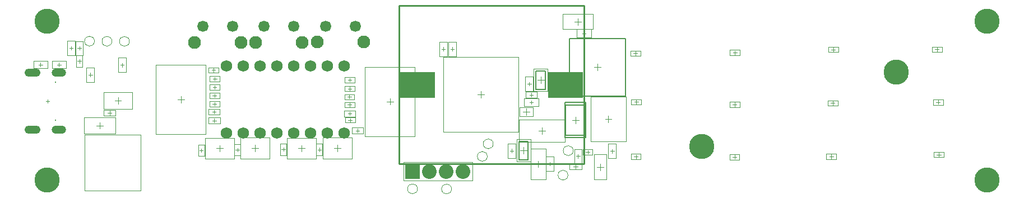
<source format=gbs>
G04*
G04 #@! TF.GenerationSoftware,Altium Limited,CircuitMaker,2.3.0 (2.3.0.3)*
G04*
G04 Layer_Color=8150272*
%FSLAX24Y24*%
%MOIN*%
G70*
G04*
G04 #@! TF.SameCoordinates,2A175E2D-0061-457C-8FEC-56F43111969E*
G04*
G04*
G04 #@! TF.FilePolarity,Negative*
G04*
G01*
G75*
%ADD11C,0.0039*%
%ADD13C,0.0100*%
%ADD14C,0.0050*%
%ADD15C,0.0079*%
%ADD16C,0.0059*%
%ADD18C,0.0020*%
%ADD88R,0.0867X0.0867*%
%ADD89C,0.0867*%
%ADD90C,0.0680*%
%ADD91C,0.1497*%
%ADD92C,0.0080*%
G04:AMPARAMS|DCode=93|XSize=47.4mil|YSize=94.6mil|CornerRadius=23.7mil|HoleSize=0mil|Usage=FLASHONLY|Rotation=270.000|XOffset=0mil|YOffset=0mil|HoleType=Round|Shape=RoundedRectangle|*
%AMROUNDEDRECTD93*
21,1,0.0474,0.0472,0,0,270.0*
21,1,0.0000,0.0946,0,0,270.0*
1,1,0.0474,-0.0236,0.0000*
1,1,0.0474,-0.0236,0.0000*
1,1,0.0474,0.0236,0.0000*
1,1,0.0474,0.0236,0.0000*
%
%ADD93ROUNDEDRECTD93*%
G04:AMPARAMS|DCode=94|XSize=47.4mil|YSize=86.7mil|CornerRadius=23.7mil|HoleSize=0mil|Usage=FLASHONLY|Rotation=270.000|XOffset=0mil|YOffset=0mil|HoleType=Round|Shape=RoundedRectangle|*
%AMROUNDEDRECTD94*
21,1,0.0474,0.0394,0,0,270.0*
21,1,0.0000,0.0867,0,0,270.0*
1,1,0.0474,-0.0197,0.0000*
1,1,0.0474,-0.0197,0.0000*
1,1,0.0474,0.0197,0.0000*
1,1,0.0474,0.0197,0.0000*
%
%ADD94ROUNDEDRECTD94*%
%ADD95C,0.0663*%
%ADD96C,0.0763*%
%ADD114R,0.2080X0.1580*%
D11*
X4197Y3888D02*
X7544D01*
Y542D02*
Y3888D01*
X4197Y542D02*
X7544D01*
X4197D02*
Y3888D01*
X26015Y640D02*
G03*
X26015Y640I-295J0D01*
G01*
X33251Y2925D02*
G03*
X33251Y2925I-295J0D01*
G01*
X5818Y9449D02*
G03*
X5818Y9449I-295J0D01*
G01*
X6859Y9444D02*
G03*
X6859Y9444I-295J0D01*
G01*
X4780Y9454D02*
G03*
X4780Y9454I-295J0D01*
G01*
X28144Y2582D02*
G03*
X28144Y2582I-295J0D01*
G01*
X28494Y3332D02*
G03*
X28494Y3332I-295J0D01*
G01*
X32941Y1465D02*
G03*
X32941Y1465I-295J0D01*
G01*
X23988Y649D02*
G03*
X23988Y649I-295J0D01*
G01*
X4542Y7346D02*
Y7563D01*
X4434Y7455D02*
X4651D01*
X35147Y4818D02*
X35541D01*
X35344Y4621D02*
Y5015D01*
X19835Y6135D02*
X20051D01*
X19943Y6027D02*
Y6243D01*
X5983Y5913D02*
X6377D01*
X6180Y5717D02*
Y6110D01*
X14134Y3066D02*
X14528D01*
X14331Y2869D02*
Y3263D01*
X23154Y1127D02*
X27249D01*
Y2229D01*
X23154D02*
X27249D01*
X23154Y1127D02*
Y2229D01*
X27562Y6272D02*
X27956D01*
X27759Y6075D02*
Y6469D01*
X1573Y7947D02*
Y8163D01*
X1465Y8055D02*
X1681D01*
X2676Y7947D02*
Y8163D01*
X2567Y8055D02*
X2784D01*
X19965Y5027D02*
Y5243D01*
X19857Y5135D02*
X20074D01*
X20426Y4012D02*
Y4228D01*
X20317Y4120D02*
X20534D01*
X18047Y2987D02*
X18264D01*
X18155Y2879D02*
Y3095D01*
X15908Y3001D02*
X16125D01*
X16017Y2893D02*
Y3109D01*
X13173Y2978D02*
X13390D01*
X13281Y2870D02*
Y3087D01*
X11029Y2946D02*
X11246D01*
X11138Y2838D02*
Y3054D01*
X19218Y2866D02*
Y3260D01*
X19021Y3063D02*
X19414D01*
X17093Y2863D02*
Y3257D01*
X16897Y3060D02*
X17290D01*
X12228Y2865D02*
Y3259D01*
X12032Y3062D02*
X12425D01*
X11904Y5137D02*
Y5353D01*
X11796Y5245D02*
X12012D01*
X11909Y4612D02*
Y4829D01*
X11801Y4720D02*
X12017D01*
X22351Y5661D02*
Y6055D01*
X22154Y5858D02*
X22548D01*
X20874Y7925D02*
X23827D01*
X20874Y3791D02*
X23827D01*
X20874D02*
Y7925D01*
X23827Y3791D02*
Y7925D01*
X9922Y5775D02*
Y6169D01*
X9725Y5972D02*
X10119D01*
X8445Y3905D02*
X11398D01*
X8445Y8039D02*
X11398D01*
Y3905D02*
Y8039D01*
X8445Y3905D02*
Y8039D01*
X29492Y2925D02*
X29709D01*
X29600Y2816D02*
Y3033D01*
X30300Y2738D02*
Y3131D01*
X30104Y2935D02*
X30497D01*
X31876Y2037D02*
Y2253D01*
X31767Y2145D02*
X31984D01*
X30979Y2125D02*
X31373D01*
X31176Y1928D02*
Y2322D01*
X33278Y1975D02*
X33514D01*
X33396Y1857D02*
Y2093D01*
X36983Y2452D02*
Y2688D01*
X36865Y2570D02*
X37101D01*
X33546Y2487D02*
Y2703D01*
X33437Y2595D02*
X33654D01*
X34007Y2845D02*
X34224D01*
X34116Y2737D02*
Y2953D01*
X34870Y1754D02*
Y2148D01*
X34673Y1951D02*
X35067D01*
X35576Y2786D02*
Y3002D01*
X35467Y2894D02*
X35684D01*
X33189Y4745D02*
X33583D01*
X33386Y4548D02*
Y4942D01*
X33536Y10418D02*
Y10812D01*
X33339Y10615D02*
X33733D01*
X37001Y5712D02*
Y5948D01*
X36883Y5830D02*
X37119D01*
X36956Y8617D02*
Y8853D01*
X36838Y8735D02*
X37074D01*
X42871Y8652D02*
Y8888D01*
X42753Y8770D02*
X42989D01*
X42849Y2426D02*
Y2662D01*
X42731Y2544D02*
X42967D01*
X42735Y5675D02*
X42972D01*
X42853Y5557D02*
Y5793D01*
X48690Y5642D02*
Y5878D01*
X48572Y5760D02*
X48809D01*
X48728Y8837D02*
Y9073D01*
X48610Y8955D02*
X48846D01*
X48606Y2457D02*
Y2693D01*
X48488Y2575D02*
X48724D01*
X54878Y2685D02*
X55114D01*
X54996Y2567D02*
Y2803D01*
X54835Y5815D02*
X55072D01*
X54953Y5697D02*
Y5933D01*
X54893Y8847D02*
Y9083D01*
X54775Y8965D02*
X55012D01*
X33791Y9923D02*
X34007D01*
X33899Y9815D02*
Y10032D01*
X34509Y7905D02*
X34903D01*
X34706Y7708D02*
Y8102D01*
X26066Y8877D02*
Y9093D01*
X25957Y8985D02*
X26174D01*
X11823Y6713D02*
X12040D01*
X11932Y6605D02*
Y6822D01*
X11832Y7213D02*
X12049D01*
X11940Y7105D02*
Y7322D01*
X11810Y5715D02*
X12026D01*
X11918Y5607D02*
Y5823D01*
X11812Y6203D02*
X12029D01*
X11921Y6094D02*
Y6311D01*
X11748Y7734D02*
X11964D01*
X11856Y7625D02*
Y7842D01*
X30259Y5252D02*
X30653D01*
X30456Y5055D02*
Y5448D01*
X19847Y6625D02*
X20063D01*
X19955Y6517D02*
Y6733D01*
X19845Y5665D02*
X20062D01*
X19953Y5557D02*
Y5773D01*
X5570Y5175D02*
X5806D01*
X5688Y5057D02*
Y5293D01*
X3886Y8930D02*
Y9146D01*
X3777Y9038D02*
X3994D01*
X30769Y6144D02*
Y6361D01*
X30661Y6252D02*
X30877D01*
X3778Y8265D02*
X3994D01*
X3886Y8157D02*
Y8373D01*
X19859Y7149D02*
X20076D01*
X19968Y7040D02*
Y7257D01*
X30531Y6902D02*
X30747D01*
X30639Y6794D02*
Y7011D01*
X6326Y8027D02*
X6542D01*
X6434Y7918D02*
Y8135D01*
X3396Y8927D02*
Y9143D01*
X3287Y9035D02*
X3504D01*
X31319Y6941D02*
Y7335D01*
X31122Y7138D02*
X31516D01*
X19877Y4750D02*
X20094D01*
X19985Y4642D02*
Y4858D01*
X25417Y8986D02*
X25634D01*
X25526Y8878D02*
Y9094D01*
X30768Y5694D02*
Y5911D01*
X30660Y5802D02*
X30876D01*
X5100Y4228D02*
Y4622D01*
X4904Y4425D02*
X5297D01*
D13*
X22887Y11584D02*
X33911D01*
Y2135D02*
Y11584D01*
X22887Y2135D02*
X33911D01*
X22887D02*
Y11584D01*
D14*
X33033Y6192D02*
X36379D01*
X33033Y9618D02*
X36379D01*
X33033Y6192D02*
Y9618D01*
X36379Y6192D02*
Y9618D01*
D15*
X32772Y3695D02*
X34000D01*
Y5795D01*
X32772D02*
X34000D01*
X32772Y3695D02*
Y5795D01*
D16*
X30576Y2385D02*
Y3485D01*
X30025Y2385D02*
X30576D01*
X30025D02*
Y3485D01*
X30576D01*
X31044Y6588D02*
Y7688D01*
X31595D01*
Y6588D02*
Y7688D01*
X31044Y6588D02*
X31595D01*
X32811Y3839D02*
X33961D01*
Y5650D01*
X32811D02*
X33961D01*
X32811Y3839D02*
Y5650D01*
D18*
X4306Y7022D02*
X4779D01*
X4306Y7888D02*
X4779D01*
X4306Y7022D02*
Y7888D01*
X4779Y7022D02*
Y7888D01*
X36388Y3480D02*
Y6157D01*
X34301Y3480D02*
Y6157D01*
X36388D01*
X34301Y3480D02*
X36388D01*
X19648Y5977D02*
Y6292D01*
X20238Y5977D02*
Y6292D01*
X19648D02*
X20238D01*
X19648Y5977D02*
X20238D01*
X5334Y5402D02*
Y6425D01*
X7027Y5402D02*
Y6425D01*
X5334D02*
X7027D01*
X5334Y5402D02*
X7027D01*
X13465Y2436D02*
Y3696D01*
X15197Y2436D02*
Y3696D01*
X13465D02*
X15197D01*
X13465Y2436D02*
X15197D01*
X30003Y4028D02*
Y8516D01*
X25515Y4028D02*
Y8516D01*
Y4028D02*
X30003D01*
X25515Y8516D02*
X30003D01*
X1160Y7838D02*
X1987D01*
X1160Y8271D02*
X1987D01*
Y7838D02*
Y8271D01*
X1160Y7838D02*
Y8271D01*
X2262Y8271D02*
X3089D01*
X2262Y7838D02*
X3089D01*
X2262D02*
Y8271D01*
X3089Y7838D02*
Y8271D01*
X19623Y4958D02*
X20307D01*
X19623Y5312D02*
X20307D01*
Y4958D02*
Y5312D01*
X19623Y4958D02*
Y5312D01*
X20084Y3943D02*
X20768D01*
X20084Y4297D02*
X20768D01*
Y3943D02*
Y4297D01*
X20084Y3943D02*
Y4297D01*
X18333Y2645D02*
Y3329D01*
X17978Y2645D02*
Y3329D01*
X18333D01*
X17978Y2645D02*
X18333D01*
X16194Y2659D02*
Y3343D01*
X15840Y2659D02*
Y3343D01*
X16194D01*
X15840Y2659D02*
X16194D01*
X13459Y2637D02*
Y3320D01*
X13104Y2637D02*
Y3320D01*
X13459D01*
X13104Y2637D02*
X13459D01*
X11315Y2604D02*
Y3288D01*
X10961Y2604D02*
Y3288D01*
X11315D01*
X10961Y2604D02*
X11315D01*
X18351Y2433D02*
X20084D01*
X18351Y3693D02*
X20084D01*
Y2433D02*
Y3693D01*
X18351Y2433D02*
Y3693D01*
X16227Y2430D02*
X17960D01*
X16227Y3690D02*
X17960D01*
Y2430D02*
Y3690D01*
X16227Y2430D02*
Y3690D01*
X11362Y2432D02*
X13094D01*
X11362Y3692D02*
X13094D01*
Y2432D02*
Y3692D01*
X11362Y2432D02*
Y3692D01*
X11562Y5422D02*
X12246D01*
X11562Y5068D02*
X12246D01*
X11562D02*
Y5422D01*
X12246Y5068D02*
Y5422D01*
X11567Y4897D02*
X12251D01*
X11567Y4543D02*
X12251D01*
X11567D02*
Y4897D01*
X12251Y4543D02*
Y4897D01*
X31201Y4113D02*
X31595D01*
X31398Y3916D02*
Y4310D01*
X32776Y3444D02*
Y4782D01*
X30020D02*
X32776D01*
X30020Y3444D02*
Y4782D01*
Y3444D02*
X32776D01*
X29364Y2492D02*
Y3358D01*
X29837Y2492D02*
Y3358D01*
X29364Y2492D02*
X29837D01*
X29364Y3358D02*
X29837D01*
X29887Y3604D02*
X30714D01*
X29887Y2265D02*
X30714D01*
Y3604D01*
X29887Y2265D02*
Y3604D01*
X31640Y2578D02*
X32112D01*
X31640Y1712D02*
X32112D01*
Y2578D01*
X31640Y1712D02*
Y2578D01*
X30723Y1219D02*
Y3030D01*
X31628Y1219D02*
Y3030D01*
X30723Y1219D02*
X31628D01*
X30723Y3030D02*
X31628D01*
X33750Y1798D02*
Y2152D01*
X33041Y1798D02*
Y2152D01*
Y1798D02*
X33750D01*
X33041Y2152D02*
X33750D01*
X36688Y2412D02*
X37279D01*
X36688Y2727D02*
X37279D01*
Y2412D02*
Y2727D01*
X36688Y2412D02*
Y2727D01*
X33329Y2182D02*
X33762D01*
X33329Y3008D02*
X33762D01*
X33329Y2182D02*
Y3008D01*
X33762Y2182D02*
Y3008D01*
X33820Y2687D02*
Y3002D01*
X34411Y2687D02*
Y3002D01*
X33820D02*
X34411D01*
X33820Y2687D02*
X34411D01*
X34496Y1203D02*
X35244D01*
X34496Y2699D02*
X35244D01*
X34496Y1203D02*
Y2699D01*
X35244Y1203D02*
Y2699D01*
X35340Y2461D02*
X35812D01*
X35340Y3327D02*
X35812D01*
X35340Y2461D02*
Y3327D01*
X35812Y2461D02*
Y3327D01*
X32630Y11068D02*
X34441D01*
X32630Y10162D02*
X34441D01*
X32630D02*
Y11068D01*
X34441Y10162D02*
Y11068D01*
X36706Y5672D02*
X37296D01*
X36706Y5987D02*
X37296D01*
Y5672D02*
Y5987D01*
X36706Y5672D02*
Y5987D01*
X36660Y8577D02*
X37251D01*
X36660Y8892D02*
X37251D01*
Y8577D02*
Y8892D01*
X36660Y8577D02*
Y8892D01*
X42576Y8612D02*
X43166D01*
X42576Y8927D02*
X43166D01*
Y8612D02*
Y8927D01*
X42576Y8612D02*
Y8927D01*
X42553Y2387D02*
X43144D01*
X42553Y2702D02*
X43144D01*
Y2387D02*
Y2702D01*
X42553Y2387D02*
Y2702D01*
X42558Y5517D02*
Y5832D01*
X43149Y5517D02*
Y5832D01*
X42558D02*
X43149D01*
X42558Y5517D02*
X43149D01*
X48395Y5602D02*
X48986D01*
X48395Y5917D02*
X48986D01*
Y5602D02*
Y5917D01*
X48395Y5602D02*
Y5917D01*
X48433Y8797D02*
X49023D01*
X48433Y9112D02*
X49023D01*
Y8797D02*
Y9112D01*
X48433Y8797D02*
Y9112D01*
X48310Y2417D02*
X48901D01*
X48310Y2732D02*
X48901D01*
Y2417D02*
Y2732D01*
X48310Y2417D02*
Y2732D01*
X54700Y2527D02*
Y2842D01*
X55291Y2527D02*
Y2842D01*
X54700D02*
X55291D01*
X54700Y2527D02*
X55291D01*
X54658Y5657D02*
Y5972D01*
X55249Y5657D02*
Y5972D01*
X54658D02*
X55249D01*
X54658Y5657D02*
X55249D01*
X54598Y8807D02*
X55189D01*
X54598Y9122D02*
X55189D01*
Y8807D02*
Y9122D01*
X54598Y8807D02*
Y9122D01*
X34332Y9687D02*
Y10160D01*
X33466Y9687D02*
Y10160D01*
Y9687D02*
X34332D01*
X33466Y10160D02*
X34332D01*
X25830Y9418D02*
X26302D01*
X25830Y8552D02*
X26302D01*
Y9418D01*
X25830Y8552D02*
Y9418D01*
X12227Y6556D02*
Y6871D01*
X11636Y6556D02*
Y6871D01*
Y6556D02*
X12227D01*
X11636Y6871D02*
X12227D01*
X12236Y7056D02*
Y7371D01*
X11645Y7056D02*
Y7371D01*
Y7056D02*
X12236D01*
X11645Y7371D02*
X12236D01*
X12213Y5557D02*
Y5872D01*
X11623Y5557D02*
Y5872D01*
Y5557D02*
X12213D01*
X11623Y5872D02*
X12213D01*
X12216Y6045D02*
Y6360D01*
X11625Y6045D02*
Y6360D01*
Y6045D02*
X12216D01*
X11625Y6360D02*
X12216D01*
X12151Y7576D02*
Y7891D01*
X11561Y7576D02*
Y7891D01*
Y7576D02*
X12151D01*
X11561Y7891D02*
X12151D01*
X30860Y4986D02*
Y5517D01*
X30052Y4986D02*
Y5517D01*
Y4986D02*
X30860D01*
X30052Y5517D02*
X30860D01*
X19660Y6467D02*
Y6782D01*
X20250Y6467D02*
Y6782D01*
X19660D02*
X20250D01*
X19660Y6467D02*
X20250D01*
X19658Y5507D02*
Y5822D01*
X20249Y5507D02*
Y5822D01*
X19658D02*
X20249D01*
X19658Y5507D02*
X20249D01*
X6042Y4998D02*
Y5352D01*
X5333Y4998D02*
Y5352D01*
Y4998D02*
X6042D01*
X5333Y5352D02*
X6042D01*
X3669Y8625D02*
X4102D01*
X3669Y9451D02*
X4102D01*
X3669Y8625D02*
Y9451D01*
X4102Y8625D02*
Y9451D01*
X30427Y6429D02*
X31111D01*
X30427Y6075D02*
X31111D01*
X30427D02*
Y6429D01*
X31111Y6075D02*
Y6429D01*
X3709Y7923D02*
Y8607D01*
X4063Y7923D02*
Y8607D01*
X3709Y7923D02*
X4063D01*
X3709Y8607D02*
X4063D01*
X19672Y6991D02*
Y7306D01*
X20263Y6991D02*
Y7306D01*
X19672D02*
X20263D01*
X19672Y6991D02*
X20263D01*
X30875Y6469D02*
Y7335D01*
X30403Y6469D02*
Y7335D01*
X30875D01*
X30403Y6469D02*
X30875D01*
X6670Y7594D02*
Y8460D01*
X6198Y7594D02*
Y8460D01*
X6670D01*
X6198Y7594D02*
X6670D01*
X3160Y8602D02*
X3632D01*
X3160Y9468D02*
X3632D01*
X3160Y8602D02*
Y9468D01*
X3632Y8602D02*
Y9468D01*
X30906Y6469D02*
X31733D01*
X30906Y7807D02*
X31733D01*
X30906Y6469D02*
Y7807D01*
X31733Y6469D02*
Y7807D01*
X19690Y4593D02*
Y4907D01*
X20281Y4593D02*
Y4907D01*
X19690D02*
X20281D01*
X19690Y4593D02*
X20281D01*
X25762Y8553D02*
Y9419D01*
X25290Y8553D02*
Y9419D01*
X25762D01*
X25290Y8553D02*
X25762D01*
X30335Y5566D02*
X31201D01*
X30335Y6039D02*
X31201D01*
Y5566D02*
Y6039D01*
X30335Y5566D02*
Y6039D01*
X4156Y3952D02*
X6045D01*
X4156Y4897D02*
X6045D01*
Y3952D02*
Y4897D01*
X4156Y3952D02*
Y4897D01*
X1902Y5868D02*
X2099D01*
X2001Y5769D02*
Y5966D01*
D88*
X23705Y1678D02*
D03*
D89*
X24705D02*
D03*
X25705D02*
D03*
X26705D02*
D03*
D90*
X12616Y3965D02*
D03*
X13616D02*
D03*
X14616D02*
D03*
X15616D02*
D03*
X16616D02*
D03*
X17616D02*
D03*
X18616D02*
D03*
X19616D02*
D03*
Y7965D02*
D03*
X18616D02*
D03*
X17616D02*
D03*
X16616D02*
D03*
X12616D02*
D03*
X13616D02*
D03*
X14616D02*
D03*
X15616D02*
D03*
D91*
X52449Y7622D02*
D03*
X40892Y3187D02*
D03*
X57866Y1186D02*
D03*
Y10635D02*
D03*
X1960Y1186D02*
D03*
Y10635D02*
D03*
D92*
X2464Y7009D02*
D03*
Y4726D02*
D03*
D93*
X1086Y4165D02*
D03*
Y7570D02*
D03*
D94*
X2661D02*
D03*
Y4165D02*
D03*
D95*
X11246Y10335D02*
D03*
X13006D02*
D03*
X14856D02*
D03*
X16616D02*
D03*
X18536Y10345D02*
D03*
X20296D02*
D03*
D96*
X10746Y9385D02*
D03*
X13506D02*
D03*
X14356D02*
D03*
X17116D02*
D03*
X18036Y9395D02*
D03*
X20796D02*
D03*
D114*
X23999Y6859D02*
D03*
X32799D02*
D03*
M02*

</source>
